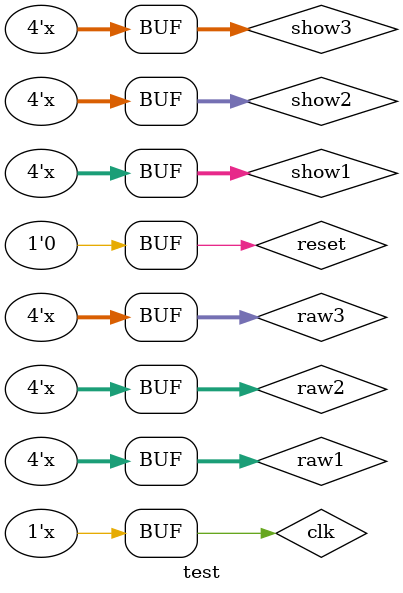
<source format=v>
`timescale 1ns / 1ps


module test();
reg clk,reset;
reg cathode;
wire[11:0] leds;
reg noise;
initial begin
    clk<=0;
    reset<=1;
    noise<=0;
    cathode<=0;
    #1000 reset<=0;
end
always #5 clk=~clk;
wire cathode1;
top top_1(.system_clk(clk),.reset(reset),.cathode(cathode1),.stimulus(stimulus),.leds(leds));
wire clk_34=top_1.clk_34;
wire[3:0] show1=top_1.show[11:8];
wire[3:0] show2=top_1.show[7:4];
wire[3:0] show3=top_1.show[3:0];
wire[3:0] raw1=top_1.raw[11:8];
wire[3:0] raw2=top_1.raw[7:4];
wire[3:0] raw3=top_1.raw[3:0];
integer  i;

always @(posedge clk_34) begin
    #5000000 cathode<=0;
    #(({$random} % 10)*10000) cathode<=1;
    #100 cathode<=0;
    for(i=0;i<100;i=i+1) begin
      #100 cathode<=1;
      #100 cathode<=0;
    end
end
always @(posedge clk_34) begin
    #(({$random} % 100)*100000) noise<=1;
    #100 noise<=0;
end
assign cathode1=cathode||0;
endmodule

</source>
